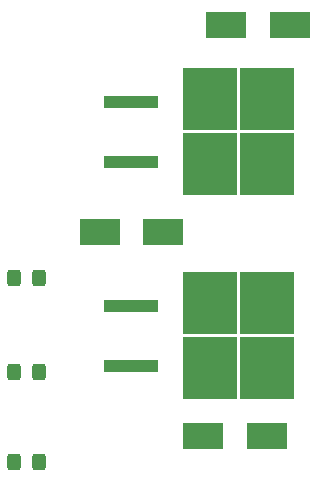
<source format=gtp>
%TF.GenerationSoftware,KiCad,Pcbnew,(6.0.0)*%
%TF.CreationDate,2022-01-02T23:15:28+00:00*%
%TF.ProjectId,main_distro,6d61696e-5f64-4697-9374-726f2e6b6963,rev?*%
%TF.SameCoordinates,Original*%
%TF.FileFunction,Paste,Top*%
%TF.FilePolarity,Positive*%
%FSLAX46Y46*%
G04 Gerber Fmt 4.6, Leading zero omitted, Abs format (unit mm)*
G04 Created by KiCad (PCBNEW (6.0.0)) date 2022-01-02 23:15:28*
%MOMM*%
%LPD*%
G01*
G04 APERTURE LIST*
G04 Aperture macros list*
%AMRoundRect*
0 Rectangle with rounded corners*
0 $1 Rounding radius*
0 $2 $3 $4 $5 $6 $7 $8 $9 X,Y pos of 4 corners*
0 Add a 4 corners polygon primitive as box body*
4,1,4,$2,$3,$4,$5,$6,$7,$8,$9,$2,$3,0*
0 Add four circle primitives for the rounded corners*
1,1,$1+$1,$2,$3*
1,1,$1+$1,$4,$5*
1,1,$1+$1,$6,$7*
1,1,$1+$1,$8,$9*
0 Add four rect primitives between the rounded corners*
20,1,$1+$1,$2,$3,$4,$5,0*
20,1,$1+$1,$4,$5,$6,$7,0*
20,1,$1+$1,$6,$7,$8,$9,0*
20,1,$1+$1,$8,$9,$2,$3,0*%
G04 Aperture macros list end*
%ADD10R,4.550000X5.250000*%
%ADD11R,4.600000X1.100000*%
%ADD12RoundRect,0.250000X0.325000X0.450000X-0.325000X0.450000X-0.325000X-0.450000X0.325000X-0.450000X0*%
%ADD13R,3.500000X2.300000*%
G04 APERTURE END LIST*
D10*
%TO.C,U3*%
X91950000Y-129775000D03*
X96800000Y-129775000D03*
X91950000Y-124225000D03*
X96800000Y-124225000D03*
D11*
X85225000Y-124460000D03*
X85225000Y-129540000D03*
%TD*%
D12*
%TO.C,D1*%
X77425000Y-155000000D03*
X75375000Y-155000000D03*
%TD*%
%TO.C,D2*%
X77425000Y-147400000D03*
X75375000Y-147400000D03*
%TD*%
%TO.C,D3*%
X77425000Y-139400000D03*
X75375000Y-139400000D03*
%TD*%
D13*
%TO.C,D6*%
X93300000Y-118000000D03*
X98700000Y-118000000D03*
%TD*%
D10*
%TO.C,U2*%
X96800000Y-147050000D03*
X96800000Y-141500000D03*
X91950000Y-147050000D03*
X91950000Y-141500000D03*
D11*
X85225000Y-141735000D03*
X85225000Y-146815000D03*
%TD*%
D13*
%TO.C,D5*%
X82600000Y-135500000D03*
X88000000Y-135500000D03*
%TD*%
%TO.C,D4*%
X91350000Y-152750000D03*
X96750000Y-152750000D03*
%TD*%
M02*

</source>
